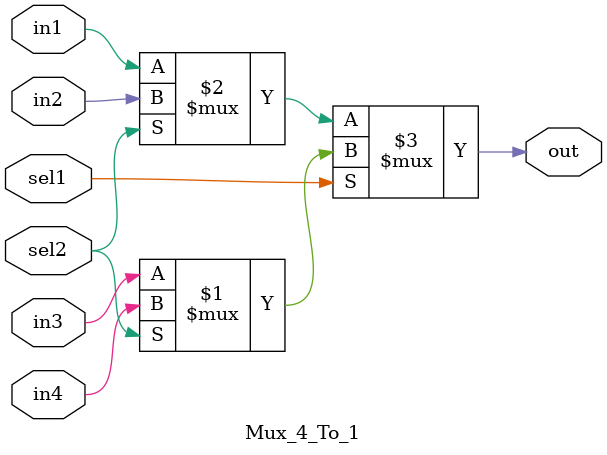
<source format=v>
module Mux_4_To_1 (input in1, input in2, input in3, input in4, 
                   input sel1, input sel2, output out);
 
assign out = sel1 ? (sel2 ? in4 : in3) :
                    (sel2 ? in2 : in1);

endmodule

</source>
